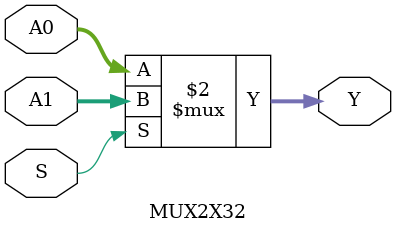
<source format=v>
`timescale 1ns / 1ps



module MUX2X32(A0,A1,S,Y);
    input [31:0]A0,A1;
    input S;
    output [31:0]Y;
    assign Y = (S == 0)? A0 : A1;
endmodule

</source>
